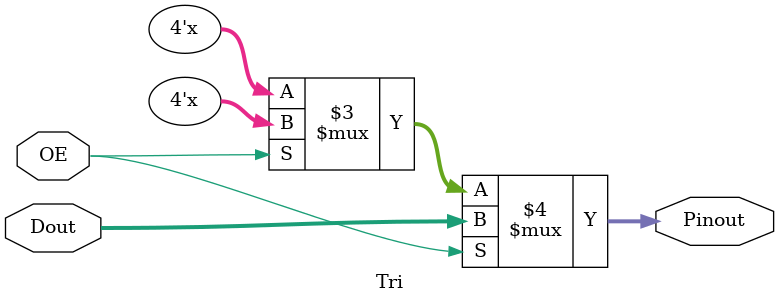
<source format=v>
module Tri (
	input wire [3:0] Dout,
	input wire OE,
	output wire [3:0] Pinout
	);
	assign Pinout = (OE == 1) ? Dout : 
					(OE == 0) ? 4'bz : 4'bx;
endmodule
</source>
